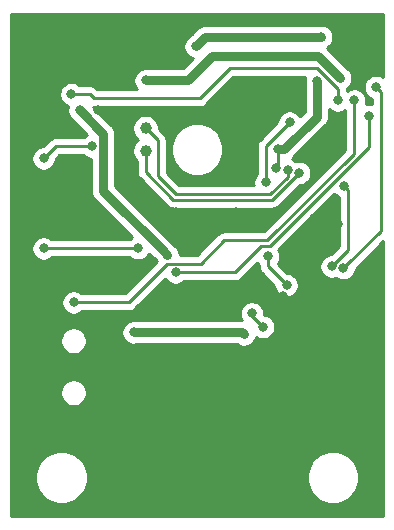
<source format=gbr>
G04 #@! TF.GenerationSoftware,KiCad,Pcbnew,5.1.2-f72e74a~84~ubuntu18.04.1*
G04 #@! TF.CreationDate,2019-05-19T10:24:28+02:00*
G04 #@! TF.ProjectId,lowpower,6c6f7770-6f77-4657-922e-6b696361645f,rev?*
G04 #@! TF.SameCoordinates,Original*
G04 #@! TF.FileFunction,Copper,L2,Bot*
G04 #@! TF.FilePolarity,Positive*
%FSLAX46Y46*%
G04 Gerber Fmt 4.6, Leading zero omitted, Abs format (unit mm)*
G04 Created by KiCad (PCBNEW 5.1.2-f72e74a~84~ubuntu18.04.1) date 2019-05-19 10:24:28*
%MOMM*%
%LPD*%
G04 APERTURE LIST*
%ADD10C,1.000000*%
%ADD11C,0.800000*%
%ADD12C,0.750000*%
%ADD13C,0.250000*%
%ADD14C,0.254000*%
G04 APERTURE END LIST*
D10*
X72136000Y-62352000D03*
X72136000Y-60452000D03*
D11*
X86995000Y-52705000D03*
X76378546Y-53522611D03*
X83312000Y-91440000D03*
X76200000Y-75692000D03*
X91440000Y-73660000D03*
X86360000Y-68071998D03*
X80264000Y-59944000D03*
X61976000Y-60452000D03*
X82808660Y-59431340D03*
X69088000Y-59436000D03*
X68072000Y-58928000D03*
X70104000Y-59436000D03*
X71120000Y-51308000D03*
X72644000Y-51308000D03*
X74676000Y-51308000D03*
X78740000Y-57404000D03*
X79248000Y-60960000D03*
X75692000Y-69596000D03*
X76708000Y-70104000D03*
X65024000Y-59944000D03*
X61976000Y-61976000D03*
X76200000Y-87630000D03*
X69596000Y-91440000D03*
X86868000Y-83312000D03*
X83763031Y-74655746D03*
X88392000Y-68580000D03*
X74676000Y-59436000D03*
X79756000Y-67564000D03*
X78740000Y-64516000D03*
X67056000Y-63500000D03*
X70104000Y-62992000D03*
X76962000Y-59436000D03*
X74676000Y-67564000D03*
X72136000Y-72136000D03*
X88618616Y-56197000D03*
X72135986Y-56388000D03*
X75691975Y-56387993D03*
X81130301Y-76115804D03*
X82078990Y-77265438D03*
X84070407Y-73732739D03*
X82484192Y-71303767D03*
X86658050Y-56460220D03*
X83311974Y-62242990D03*
X83182684Y-63812940D03*
X91644941Y-56963210D03*
X88878842Y-72295021D03*
X88410976Y-58097024D03*
X65851072Y-57567457D03*
X66548000Y-58928024D03*
X73978090Y-71193989D03*
X63500000Y-62992000D03*
X84166264Y-63993480D03*
X67564000Y-61976000D03*
X85138369Y-64232017D03*
X88899985Y-65314990D03*
X87888420Y-72142098D03*
X91027448Y-59436000D03*
X74676010Y-72644000D03*
X84332664Y-59948656D03*
X82295991Y-65023991D03*
X71120000Y-77724000D03*
X80463183Y-77895086D03*
X71483241Y-70591294D03*
X63500000Y-70612000D03*
X66040000Y-75184000D03*
X89803307Y-58097031D03*
D12*
X76778545Y-53122612D02*
X76378546Y-53522611D01*
X77196157Y-52705000D02*
X76778545Y-53122612D01*
X86995000Y-52705000D02*
X77196157Y-52705000D01*
D13*
X86868002Y-68580000D02*
X86360000Y-68071998D01*
X88392000Y-68580000D02*
X86868002Y-68580000D01*
D12*
X72135986Y-56388000D02*
X75691968Y-56388000D01*
X75691968Y-56388000D02*
X75691975Y-56387993D01*
D13*
X82078990Y-77265438D02*
X81130301Y-76316749D01*
X81130301Y-76316749D02*
X81130301Y-76115804D01*
X82484192Y-71869452D02*
X82484192Y-71303767D01*
X82484192Y-72146524D02*
X82484192Y-71869452D01*
X84070407Y-73732739D02*
X82484192Y-72146524D01*
D12*
X76091974Y-55987994D02*
X75691975Y-56387993D01*
X76928039Y-55151961D02*
X76928007Y-55151961D01*
X88618616Y-56197000D02*
X86777616Y-54356000D01*
X76928007Y-55151961D02*
X76091974Y-55987994D01*
X86777616Y-54356000D02*
X77724000Y-54356000D01*
X77724000Y-54356000D02*
X76928039Y-55151961D01*
X86658050Y-56460220D02*
X86658050Y-59462599D01*
X86658050Y-59462599D02*
X83877659Y-62242990D01*
X83877659Y-62242990D02*
X83311974Y-62242990D01*
D13*
X83311974Y-63683650D02*
X83182684Y-63812940D01*
X83311974Y-62242990D02*
X83311974Y-63683650D01*
X89278841Y-71895022D02*
X88878842Y-72295021D01*
X92044940Y-57363209D02*
X92044940Y-69128923D01*
X92044940Y-69128923D02*
X89278841Y-71895022D01*
X91644941Y-56963210D02*
X92044940Y-57363209D01*
X88410976Y-57140142D02*
X86642834Y-55372000D01*
X88410976Y-58097024D02*
X88410976Y-57140142D01*
X86642834Y-55372000D02*
X79248000Y-55372000D01*
X79248000Y-55372000D02*
X76708000Y-57912000D01*
X76708000Y-57912000D02*
X67749413Y-57912000D01*
X66416757Y-57567457D02*
X65851072Y-57567457D01*
X67404870Y-57567457D02*
X66416757Y-57567457D01*
X67749413Y-57912000D02*
X67404870Y-57567457D01*
D12*
X68539001Y-60919025D02*
X68539001Y-65754900D01*
X66548000Y-58928024D02*
X68539001Y-60919025D01*
X68539001Y-65754900D02*
X73578091Y-70793990D01*
X73578091Y-70793990D02*
X73978090Y-71193989D01*
D13*
X84166264Y-64559165D02*
X84166264Y-63993480D01*
X82685429Y-66040000D02*
X84166264Y-64559165D01*
X72136000Y-60452000D02*
X73152000Y-61468000D01*
X73152000Y-61468000D02*
X73152000Y-64516000D01*
X74676000Y-66040000D02*
X82685429Y-66040000D01*
X73152000Y-64516000D02*
X74676000Y-66040000D01*
X66998315Y-61976000D02*
X67564000Y-61976000D01*
X64516000Y-61976000D02*
X66998315Y-61976000D01*
X63500000Y-62992000D02*
X64516000Y-61976000D01*
X72136000Y-62352000D02*
X72136000Y-64136411D01*
X72136000Y-64136411D02*
X74489600Y-66490011D01*
X74489600Y-66490011D02*
X82880375Y-66490011D01*
X82880375Y-66490011D02*
X84738370Y-64632016D01*
X84738370Y-64632016D02*
X85138369Y-64232017D01*
X89299984Y-65714989D02*
X89299984Y-70730534D01*
X88899985Y-65314990D02*
X89299984Y-65714989D01*
X89299984Y-70730534D02*
X88288419Y-71742099D01*
X88288419Y-71742099D02*
X87888420Y-72142098D01*
X91027448Y-62008962D02*
X82641417Y-70394993D01*
X82641417Y-70394993D02*
X81947993Y-70394993D01*
X91027448Y-59436000D02*
X91027448Y-62008962D01*
X81947993Y-70394993D02*
X79698986Y-72644000D01*
X75241695Y-72644000D02*
X74676010Y-72644000D01*
X79698986Y-72644000D02*
X75241695Y-72644000D01*
X84332664Y-59948656D02*
X82295991Y-61985329D01*
X82295991Y-64458306D02*
X82295991Y-65023991D01*
X82295991Y-61985329D02*
X82295991Y-64458306D01*
D12*
X71120000Y-77724000D02*
X80292097Y-77724000D01*
X80292097Y-77724000D02*
X80463183Y-77895086D01*
D13*
X71483241Y-70591294D02*
X63520706Y-70591294D01*
X63520706Y-70591294D02*
X63500000Y-70612000D01*
X89803307Y-62596693D02*
X89803307Y-58662716D01*
X82455012Y-69944988D02*
X89803307Y-62596693D01*
X73969162Y-71918995D02*
X76796594Y-71918995D01*
X76796594Y-71918995D02*
X78770601Y-69944988D01*
X78770601Y-69944988D02*
X82455012Y-69944988D01*
X66040000Y-75184000D02*
X70704157Y-75184000D01*
X89803307Y-58662716D02*
X89803307Y-58097031D01*
X70704157Y-75184000D02*
X73969162Y-71918995D01*
D14*
G36*
X92265000Y-56132736D02*
G01*
X92135197Y-56046005D01*
X91946839Y-55967984D01*
X91746880Y-55928210D01*
X91543002Y-55928210D01*
X91343043Y-55967984D01*
X91154685Y-56046005D01*
X90985167Y-56159273D01*
X90841004Y-56303436D01*
X90727736Y-56472954D01*
X90649715Y-56661312D01*
X90609941Y-56861271D01*
X90609941Y-57065149D01*
X90649715Y-57265108D01*
X90727736Y-57453466D01*
X90841004Y-57622984D01*
X90985167Y-57767147D01*
X91154685Y-57880415D01*
X91284940Y-57934369D01*
X91284940Y-58431941D01*
X91129387Y-58401000D01*
X90925509Y-58401000D01*
X90786197Y-58428711D01*
X90798533Y-58398929D01*
X90838307Y-58198970D01*
X90838307Y-57995092D01*
X90798533Y-57795133D01*
X90720512Y-57606775D01*
X90607244Y-57437257D01*
X90463081Y-57293094D01*
X90293563Y-57179826D01*
X90105205Y-57101805D01*
X89905246Y-57062031D01*
X89701368Y-57062031D01*
X89501409Y-57101805D01*
X89313051Y-57179826D01*
X89170976Y-57274757D01*
X89170976Y-57177464D01*
X89174652Y-57140141D01*
X89170976Y-57102818D01*
X89170976Y-57102809D01*
X89168194Y-57074567D01*
X89278390Y-57000937D01*
X89422553Y-56856774D01*
X89535821Y-56687256D01*
X89613842Y-56498898D01*
X89653616Y-56298939D01*
X89653616Y-56095061D01*
X89613842Y-55895102D01*
X89535821Y-55706744D01*
X89422553Y-55537226D01*
X89278390Y-55393063D01*
X89171839Y-55321868D01*
X87526877Y-53676906D01*
X87495249Y-53638367D01*
X87478809Y-53624875D01*
X87485256Y-53622205D01*
X87654774Y-53508937D01*
X87798937Y-53364774D01*
X87912205Y-53195256D01*
X87990226Y-53006898D01*
X88030000Y-52806939D01*
X88030000Y-52603061D01*
X87990226Y-52403102D01*
X87912205Y-52214744D01*
X87798937Y-52045226D01*
X87654774Y-51901063D01*
X87485256Y-51787795D01*
X87296898Y-51709774D01*
X87096939Y-51670000D01*
X86893061Y-51670000D01*
X86767377Y-51695000D01*
X77245765Y-51695000D01*
X77196157Y-51690114D01*
X76998162Y-51709615D01*
X76807777Y-51767368D01*
X76632317Y-51861153D01*
X76478524Y-51987367D01*
X76446896Y-52025906D01*
X76029289Y-52443513D01*
X76029285Y-52443518D01*
X75825324Y-52647478D01*
X75718772Y-52718674D01*
X75574609Y-52862837D01*
X75461341Y-53032355D01*
X75383320Y-53220713D01*
X75343546Y-53420672D01*
X75343546Y-53624550D01*
X75383320Y-53824509D01*
X75461341Y-54012867D01*
X75574609Y-54182385D01*
X75718772Y-54326548D01*
X75888290Y-54439816D01*
X76076648Y-54517837D01*
X76124298Y-54527315D01*
X75342718Y-55308895D01*
X75342714Y-55308900D01*
X75273614Y-55378000D01*
X72363609Y-55378000D01*
X72237925Y-55353000D01*
X72034047Y-55353000D01*
X71834088Y-55392774D01*
X71645730Y-55470795D01*
X71476212Y-55584063D01*
X71332049Y-55728226D01*
X71218781Y-55897744D01*
X71140760Y-56086102D01*
X71100986Y-56286061D01*
X71100986Y-56489939D01*
X71140760Y-56689898D01*
X71218781Y-56878256D01*
X71332049Y-57047774D01*
X71436275Y-57152000D01*
X68064214Y-57152000D01*
X67968673Y-57056459D01*
X67944871Y-57027456D01*
X67829146Y-56932483D01*
X67697117Y-56861911D01*
X67553856Y-56818454D01*
X67442203Y-56807457D01*
X67442192Y-56807457D01*
X67404870Y-56803781D01*
X67367548Y-56807457D01*
X66554783Y-56807457D01*
X66510846Y-56763520D01*
X66341328Y-56650252D01*
X66152970Y-56572231D01*
X65953011Y-56532457D01*
X65749133Y-56532457D01*
X65549174Y-56572231D01*
X65360816Y-56650252D01*
X65191298Y-56763520D01*
X65047135Y-56907683D01*
X64933867Y-57077201D01*
X64855846Y-57265559D01*
X64816072Y-57465518D01*
X64816072Y-57669396D01*
X64855846Y-57869355D01*
X64933867Y-58057713D01*
X65047135Y-58227231D01*
X65191298Y-58371394D01*
X65360816Y-58484662D01*
X65549174Y-58562683D01*
X65576779Y-58568174D01*
X65552774Y-58626126D01*
X65513000Y-58826085D01*
X65513000Y-59029963D01*
X65552774Y-59229922D01*
X65630795Y-59418280D01*
X65744063Y-59587798D01*
X65888226Y-59731961D01*
X65994776Y-59803156D01*
X67198669Y-61007049D01*
X67073744Y-61058795D01*
X66904226Y-61172063D01*
X66860289Y-61216000D01*
X64553322Y-61216000D01*
X64516000Y-61212324D01*
X64478677Y-61216000D01*
X64478667Y-61216000D01*
X64367014Y-61226997D01*
X64223753Y-61270454D01*
X64091723Y-61341026D01*
X64020908Y-61399143D01*
X63975999Y-61435999D01*
X63952201Y-61464997D01*
X63460199Y-61957000D01*
X63398061Y-61957000D01*
X63198102Y-61996774D01*
X63009744Y-62074795D01*
X62840226Y-62188063D01*
X62696063Y-62332226D01*
X62582795Y-62501744D01*
X62504774Y-62690102D01*
X62465000Y-62890061D01*
X62465000Y-63093939D01*
X62504774Y-63293898D01*
X62582795Y-63482256D01*
X62696063Y-63651774D01*
X62840226Y-63795937D01*
X63009744Y-63909205D01*
X63198102Y-63987226D01*
X63398061Y-64027000D01*
X63601939Y-64027000D01*
X63801898Y-63987226D01*
X63990256Y-63909205D01*
X64159774Y-63795937D01*
X64303937Y-63651774D01*
X64417205Y-63482256D01*
X64495226Y-63293898D01*
X64535000Y-63093939D01*
X64535000Y-63031801D01*
X64830802Y-62736000D01*
X66860289Y-62736000D01*
X66904226Y-62779937D01*
X67073744Y-62893205D01*
X67262102Y-62971226D01*
X67462061Y-63011000D01*
X67529001Y-63011000D01*
X67529002Y-65705282D01*
X67524115Y-65754900D01*
X67543616Y-65952894D01*
X67601369Y-66143279D01*
X67695155Y-66318740D01*
X67778696Y-66420535D01*
X67821369Y-66472533D01*
X67859902Y-66504156D01*
X71019042Y-69663296D01*
X70992985Y-69674089D01*
X70823467Y-69787357D01*
X70779530Y-69831294D01*
X64183005Y-69831294D01*
X64159774Y-69808063D01*
X63990256Y-69694795D01*
X63801898Y-69616774D01*
X63601939Y-69577000D01*
X63398061Y-69577000D01*
X63198102Y-69616774D01*
X63009744Y-69694795D01*
X62840226Y-69808063D01*
X62696063Y-69952226D01*
X62582795Y-70121744D01*
X62504774Y-70310102D01*
X62465000Y-70510061D01*
X62465000Y-70713939D01*
X62504774Y-70913898D01*
X62582795Y-71102256D01*
X62696063Y-71271774D01*
X62840226Y-71415937D01*
X63009744Y-71529205D01*
X63198102Y-71607226D01*
X63398061Y-71647000D01*
X63601939Y-71647000D01*
X63801898Y-71607226D01*
X63990256Y-71529205D01*
X64159774Y-71415937D01*
X64224417Y-71351294D01*
X70779530Y-71351294D01*
X70823467Y-71395231D01*
X70992985Y-71508499D01*
X71181343Y-71586520D01*
X71381302Y-71626294D01*
X71585180Y-71626294D01*
X71785139Y-71586520D01*
X71973497Y-71508499D01*
X72143015Y-71395231D01*
X72287178Y-71251068D01*
X72400446Y-71081550D01*
X72411239Y-71055493D01*
X72828835Y-71473089D01*
X73084551Y-71728804D01*
X70389356Y-74424000D01*
X66743711Y-74424000D01*
X66699774Y-74380063D01*
X66530256Y-74266795D01*
X66341898Y-74188774D01*
X66141939Y-74149000D01*
X65938061Y-74149000D01*
X65738102Y-74188774D01*
X65549744Y-74266795D01*
X65380226Y-74380063D01*
X65236063Y-74524226D01*
X65122795Y-74693744D01*
X65044774Y-74882102D01*
X65005000Y-75082061D01*
X65005000Y-75285939D01*
X65044774Y-75485898D01*
X65122795Y-75674256D01*
X65236063Y-75843774D01*
X65380226Y-75987937D01*
X65549744Y-76101205D01*
X65738102Y-76179226D01*
X65938061Y-76219000D01*
X66141939Y-76219000D01*
X66341898Y-76179226D01*
X66530256Y-76101205D01*
X66699774Y-75987937D01*
X66743711Y-75944000D01*
X70666835Y-75944000D01*
X70704157Y-75947676D01*
X70741479Y-75944000D01*
X70741490Y-75944000D01*
X70853143Y-75933003D01*
X70996404Y-75889546D01*
X71128433Y-75818974D01*
X71244158Y-75724001D01*
X71267961Y-75694997D01*
X73786802Y-73176157D01*
X73872073Y-73303774D01*
X74016236Y-73447937D01*
X74185754Y-73561205D01*
X74374112Y-73639226D01*
X74574071Y-73679000D01*
X74777949Y-73679000D01*
X74977908Y-73639226D01*
X75166266Y-73561205D01*
X75335784Y-73447937D01*
X75379721Y-73404000D01*
X79661664Y-73404000D01*
X79698986Y-73407676D01*
X79736308Y-73404000D01*
X79736319Y-73404000D01*
X79847972Y-73393003D01*
X79991233Y-73349546D01*
X80123262Y-73278974D01*
X80238987Y-73184001D01*
X80262790Y-73154997D01*
X81589729Y-71828059D01*
X81680255Y-71963541D01*
X81724192Y-72007478D01*
X81724192Y-72109202D01*
X81720516Y-72146524D01*
X81724192Y-72183846D01*
X81724192Y-72183856D01*
X81735189Y-72295509D01*
X81768713Y-72406024D01*
X81778646Y-72438770D01*
X81849218Y-72570800D01*
X81888328Y-72618455D01*
X81944191Y-72686525D01*
X81973195Y-72710328D01*
X83035407Y-73772541D01*
X83035407Y-73834678D01*
X83075181Y-74034637D01*
X83153202Y-74222995D01*
X83266470Y-74392513D01*
X83410633Y-74536676D01*
X83580151Y-74649944D01*
X83768509Y-74727965D01*
X83968468Y-74767739D01*
X84172346Y-74767739D01*
X84372305Y-74727965D01*
X84560663Y-74649944D01*
X84730181Y-74536676D01*
X84874344Y-74392513D01*
X84987612Y-74222995D01*
X85065633Y-74034637D01*
X85105407Y-73834678D01*
X85105407Y-73630800D01*
X85065633Y-73430841D01*
X84987612Y-73242483D01*
X84874344Y-73072965D01*
X84730181Y-72928802D01*
X84560663Y-72815534D01*
X84372305Y-72737513D01*
X84172346Y-72697739D01*
X84110209Y-72697739D01*
X83323329Y-71910860D01*
X83401397Y-71794023D01*
X83479418Y-71605665D01*
X83519192Y-71405706D01*
X83519192Y-71201828D01*
X83479418Y-71001869D01*
X83401397Y-70813511D01*
X83359862Y-70751349D01*
X88116248Y-65994964D01*
X88240211Y-66118927D01*
X88409729Y-66232195D01*
X88539984Y-66286149D01*
X88539985Y-70415731D01*
X87848619Y-71107098D01*
X87786481Y-71107098D01*
X87586522Y-71146872D01*
X87398164Y-71224893D01*
X87228646Y-71338161D01*
X87084483Y-71482324D01*
X86971215Y-71651842D01*
X86893194Y-71840200D01*
X86853420Y-72040159D01*
X86853420Y-72244037D01*
X86893194Y-72443996D01*
X86971215Y-72632354D01*
X87084483Y-72801872D01*
X87228646Y-72946035D01*
X87398164Y-73059303D01*
X87586522Y-73137324D01*
X87786481Y-73177098D01*
X87990359Y-73177098D01*
X88190318Y-73137324D01*
X88243511Y-73115290D01*
X88388586Y-73212226D01*
X88576944Y-73290247D01*
X88776903Y-73330021D01*
X88980781Y-73330021D01*
X89180740Y-73290247D01*
X89369098Y-73212226D01*
X89538616Y-73098958D01*
X89682779Y-72954795D01*
X89796047Y-72785277D01*
X89874068Y-72596919D01*
X89913842Y-72396960D01*
X89913842Y-72334822D01*
X92265000Y-69983664D01*
X92265001Y-93265000D01*
X60735000Y-93265000D01*
X60735000Y-89779872D01*
X62765000Y-89779872D01*
X62765000Y-90220128D01*
X62850890Y-90651925D01*
X63019369Y-91058669D01*
X63263962Y-91424729D01*
X63575271Y-91736038D01*
X63941331Y-91980631D01*
X64348075Y-92149110D01*
X64779872Y-92235000D01*
X65220128Y-92235000D01*
X65651925Y-92149110D01*
X66058669Y-91980631D01*
X66424729Y-91736038D01*
X66736038Y-91424729D01*
X66980631Y-91058669D01*
X67149110Y-90651925D01*
X67235000Y-90220128D01*
X67235000Y-89779872D01*
X85765000Y-89779872D01*
X85765000Y-90220128D01*
X85850890Y-90651925D01*
X86019369Y-91058669D01*
X86263962Y-91424729D01*
X86575271Y-91736038D01*
X86941331Y-91980631D01*
X87348075Y-92149110D01*
X87779872Y-92235000D01*
X88220128Y-92235000D01*
X88651925Y-92149110D01*
X89058669Y-91980631D01*
X89424729Y-91736038D01*
X89736038Y-91424729D01*
X89980631Y-91058669D01*
X90149110Y-90651925D01*
X90235000Y-90220128D01*
X90235000Y-89779872D01*
X90149110Y-89348075D01*
X89980631Y-88941331D01*
X89736038Y-88575271D01*
X89424729Y-88263962D01*
X89058669Y-88019369D01*
X88651925Y-87850890D01*
X88220128Y-87765000D01*
X87779872Y-87765000D01*
X87348075Y-87850890D01*
X86941331Y-88019369D01*
X86575271Y-88263962D01*
X86263962Y-88575271D01*
X86019369Y-88941331D01*
X85850890Y-89348075D01*
X85765000Y-89779872D01*
X67235000Y-89779872D01*
X67149110Y-89348075D01*
X66980631Y-88941331D01*
X66736038Y-88575271D01*
X66424729Y-88263962D01*
X66058669Y-88019369D01*
X65651925Y-87850890D01*
X65220128Y-87765000D01*
X64779872Y-87765000D01*
X64348075Y-87850890D01*
X63941331Y-88019369D01*
X63575271Y-88263962D01*
X63263962Y-88575271D01*
X63019369Y-88941331D01*
X62850890Y-89348075D01*
X62765000Y-89779872D01*
X60735000Y-89779872D01*
X60735000Y-82738212D01*
X64905000Y-82738212D01*
X64905000Y-82961788D01*
X64948617Y-83181067D01*
X65034176Y-83387624D01*
X65158388Y-83573520D01*
X65316480Y-83731612D01*
X65502376Y-83855824D01*
X65708933Y-83941383D01*
X65928212Y-83985000D01*
X66151788Y-83985000D01*
X66371067Y-83941383D01*
X66577624Y-83855824D01*
X66763520Y-83731612D01*
X66921612Y-83573520D01*
X67045824Y-83387624D01*
X67131383Y-83181067D01*
X67175000Y-82961788D01*
X67175000Y-82738212D01*
X67131383Y-82518933D01*
X67045824Y-82312376D01*
X66921612Y-82126480D01*
X66763520Y-81968388D01*
X66577624Y-81844176D01*
X66371067Y-81758617D01*
X66151788Y-81715000D01*
X65928212Y-81715000D01*
X65708933Y-81758617D01*
X65502376Y-81844176D01*
X65316480Y-81968388D01*
X65158388Y-82126480D01*
X65034176Y-82312376D01*
X64948617Y-82518933D01*
X64905000Y-82738212D01*
X60735000Y-82738212D01*
X60735000Y-78338212D01*
X64905000Y-78338212D01*
X64905000Y-78561788D01*
X64948617Y-78781067D01*
X65034176Y-78987624D01*
X65158388Y-79173520D01*
X65316480Y-79331612D01*
X65502376Y-79455824D01*
X65708933Y-79541383D01*
X65928212Y-79585000D01*
X66151788Y-79585000D01*
X66371067Y-79541383D01*
X66577624Y-79455824D01*
X66763520Y-79331612D01*
X66921612Y-79173520D01*
X67045824Y-78987624D01*
X67131383Y-78781067D01*
X67175000Y-78561788D01*
X67175000Y-78338212D01*
X67131383Y-78118933D01*
X67045824Y-77912376D01*
X66921612Y-77726480D01*
X66817193Y-77622061D01*
X70085000Y-77622061D01*
X70085000Y-77825939D01*
X70124774Y-78025898D01*
X70202795Y-78214256D01*
X70316063Y-78383774D01*
X70460226Y-78527937D01*
X70629744Y-78641205D01*
X70818102Y-78719226D01*
X71018061Y-78759000D01*
X71221939Y-78759000D01*
X71347623Y-78734000D01*
X79855756Y-78734000D01*
X79972927Y-78812291D01*
X80161285Y-78890312D01*
X80361244Y-78930086D01*
X80565122Y-78930086D01*
X80765081Y-78890312D01*
X80953439Y-78812291D01*
X81122957Y-78699023D01*
X81267120Y-78554860D01*
X81380388Y-78385342D01*
X81458409Y-78196984D01*
X81476216Y-78107461D01*
X81588734Y-78182643D01*
X81777092Y-78260664D01*
X81977051Y-78300438D01*
X82180929Y-78300438D01*
X82380888Y-78260664D01*
X82569246Y-78182643D01*
X82738764Y-78069375D01*
X82882927Y-77925212D01*
X82996195Y-77755694D01*
X83074216Y-77567336D01*
X83113990Y-77367377D01*
X83113990Y-77163499D01*
X83074216Y-76963540D01*
X82996195Y-76775182D01*
X82882927Y-76605664D01*
X82738764Y-76461501D01*
X82569246Y-76348233D01*
X82380888Y-76270212D01*
X82180929Y-76230438D01*
X82162776Y-76230438D01*
X82165301Y-76217743D01*
X82165301Y-76013865D01*
X82125527Y-75813906D01*
X82047506Y-75625548D01*
X81934238Y-75456030D01*
X81790075Y-75311867D01*
X81620557Y-75198599D01*
X81432199Y-75120578D01*
X81232240Y-75080804D01*
X81028362Y-75080804D01*
X80828403Y-75120578D01*
X80640045Y-75198599D01*
X80470527Y-75311867D01*
X80326364Y-75456030D01*
X80213096Y-75625548D01*
X80135075Y-75813906D01*
X80095301Y-76013865D01*
X80095301Y-76217743D01*
X80135075Y-76417702D01*
X80213096Y-76606060D01*
X80282581Y-76710051D01*
X80242489Y-76714000D01*
X71347623Y-76714000D01*
X71221939Y-76689000D01*
X71018061Y-76689000D01*
X70818102Y-76728774D01*
X70629744Y-76806795D01*
X70460226Y-76920063D01*
X70316063Y-77064226D01*
X70202795Y-77233744D01*
X70124774Y-77422102D01*
X70085000Y-77622061D01*
X66817193Y-77622061D01*
X66763520Y-77568388D01*
X66577624Y-77444176D01*
X66371067Y-77358617D01*
X66151788Y-77315000D01*
X65928212Y-77315000D01*
X65708933Y-77358617D01*
X65502376Y-77444176D01*
X65316480Y-77568388D01*
X65158388Y-77726480D01*
X65034176Y-77912376D01*
X64948617Y-78118933D01*
X64905000Y-78338212D01*
X60735000Y-78338212D01*
X60735000Y-50735000D01*
X92265000Y-50735000D01*
X92265000Y-56132736D01*
X92265000Y-56132736D01*
G37*
X92265000Y-56132736D02*
X92135197Y-56046005D01*
X91946839Y-55967984D01*
X91746880Y-55928210D01*
X91543002Y-55928210D01*
X91343043Y-55967984D01*
X91154685Y-56046005D01*
X90985167Y-56159273D01*
X90841004Y-56303436D01*
X90727736Y-56472954D01*
X90649715Y-56661312D01*
X90609941Y-56861271D01*
X90609941Y-57065149D01*
X90649715Y-57265108D01*
X90727736Y-57453466D01*
X90841004Y-57622984D01*
X90985167Y-57767147D01*
X91154685Y-57880415D01*
X91284940Y-57934369D01*
X91284940Y-58431941D01*
X91129387Y-58401000D01*
X90925509Y-58401000D01*
X90786197Y-58428711D01*
X90798533Y-58398929D01*
X90838307Y-58198970D01*
X90838307Y-57995092D01*
X90798533Y-57795133D01*
X90720512Y-57606775D01*
X90607244Y-57437257D01*
X90463081Y-57293094D01*
X90293563Y-57179826D01*
X90105205Y-57101805D01*
X89905246Y-57062031D01*
X89701368Y-57062031D01*
X89501409Y-57101805D01*
X89313051Y-57179826D01*
X89170976Y-57274757D01*
X89170976Y-57177464D01*
X89174652Y-57140141D01*
X89170976Y-57102818D01*
X89170976Y-57102809D01*
X89168194Y-57074567D01*
X89278390Y-57000937D01*
X89422553Y-56856774D01*
X89535821Y-56687256D01*
X89613842Y-56498898D01*
X89653616Y-56298939D01*
X89653616Y-56095061D01*
X89613842Y-55895102D01*
X89535821Y-55706744D01*
X89422553Y-55537226D01*
X89278390Y-55393063D01*
X89171839Y-55321868D01*
X87526877Y-53676906D01*
X87495249Y-53638367D01*
X87478809Y-53624875D01*
X87485256Y-53622205D01*
X87654774Y-53508937D01*
X87798937Y-53364774D01*
X87912205Y-53195256D01*
X87990226Y-53006898D01*
X88030000Y-52806939D01*
X88030000Y-52603061D01*
X87990226Y-52403102D01*
X87912205Y-52214744D01*
X87798937Y-52045226D01*
X87654774Y-51901063D01*
X87485256Y-51787795D01*
X87296898Y-51709774D01*
X87096939Y-51670000D01*
X86893061Y-51670000D01*
X86767377Y-51695000D01*
X77245765Y-51695000D01*
X77196157Y-51690114D01*
X76998162Y-51709615D01*
X76807777Y-51767368D01*
X76632317Y-51861153D01*
X76478524Y-51987367D01*
X76446896Y-52025906D01*
X76029289Y-52443513D01*
X76029285Y-52443518D01*
X75825324Y-52647478D01*
X75718772Y-52718674D01*
X75574609Y-52862837D01*
X75461341Y-53032355D01*
X75383320Y-53220713D01*
X75343546Y-53420672D01*
X75343546Y-53624550D01*
X75383320Y-53824509D01*
X75461341Y-54012867D01*
X75574609Y-54182385D01*
X75718772Y-54326548D01*
X75888290Y-54439816D01*
X76076648Y-54517837D01*
X76124298Y-54527315D01*
X75342718Y-55308895D01*
X75342714Y-55308900D01*
X75273614Y-55378000D01*
X72363609Y-55378000D01*
X72237925Y-55353000D01*
X72034047Y-55353000D01*
X71834088Y-55392774D01*
X71645730Y-55470795D01*
X71476212Y-55584063D01*
X71332049Y-55728226D01*
X71218781Y-55897744D01*
X71140760Y-56086102D01*
X71100986Y-56286061D01*
X71100986Y-56489939D01*
X71140760Y-56689898D01*
X71218781Y-56878256D01*
X71332049Y-57047774D01*
X71436275Y-57152000D01*
X68064214Y-57152000D01*
X67968673Y-57056459D01*
X67944871Y-57027456D01*
X67829146Y-56932483D01*
X67697117Y-56861911D01*
X67553856Y-56818454D01*
X67442203Y-56807457D01*
X67442192Y-56807457D01*
X67404870Y-56803781D01*
X67367548Y-56807457D01*
X66554783Y-56807457D01*
X66510846Y-56763520D01*
X66341328Y-56650252D01*
X66152970Y-56572231D01*
X65953011Y-56532457D01*
X65749133Y-56532457D01*
X65549174Y-56572231D01*
X65360816Y-56650252D01*
X65191298Y-56763520D01*
X65047135Y-56907683D01*
X64933867Y-57077201D01*
X64855846Y-57265559D01*
X64816072Y-57465518D01*
X64816072Y-57669396D01*
X64855846Y-57869355D01*
X64933867Y-58057713D01*
X65047135Y-58227231D01*
X65191298Y-58371394D01*
X65360816Y-58484662D01*
X65549174Y-58562683D01*
X65576779Y-58568174D01*
X65552774Y-58626126D01*
X65513000Y-58826085D01*
X65513000Y-59029963D01*
X65552774Y-59229922D01*
X65630795Y-59418280D01*
X65744063Y-59587798D01*
X65888226Y-59731961D01*
X65994776Y-59803156D01*
X67198669Y-61007049D01*
X67073744Y-61058795D01*
X66904226Y-61172063D01*
X66860289Y-61216000D01*
X64553322Y-61216000D01*
X64516000Y-61212324D01*
X64478677Y-61216000D01*
X64478667Y-61216000D01*
X64367014Y-61226997D01*
X64223753Y-61270454D01*
X64091723Y-61341026D01*
X64020908Y-61399143D01*
X63975999Y-61435999D01*
X63952201Y-61464997D01*
X63460199Y-61957000D01*
X63398061Y-61957000D01*
X63198102Y-61996774D01*
X63009744Y-62074795D01*
X62840226Y-62188063D01*
X62696063Y-62332226D01*
X62582795Y-62501744D01*
X62504774Y-62690102D01*
X62465000Y-62890061D01*
X62465000Y-63093939D01*
X62504774Y-63293898D01*
X62582795Y-63482256D01*
X62696063Y-63651774D01*
X62840226Y-63795937D01*
X63009744Y-63909205D01*
X63198102Y-63987226D01*
X63398061Y-64027000D01*
X63601939Y-64027000D01*
X63801898Y-63987226D01*
X63990256Y-63909205D01*
X64159774Y-63795937D01*
X64303937Y-63651774D01*
X64417205Y-63482256D01*
X64495226Y-63293898D01*
X64535000Y-63093939D01*
X64535000Y-63031801D01*
X64830802Y-62736000D01*
X66860289Y-62736000D01*
X66904226Y-62779937D01*
X67073744Y-62893205D01*
X67262102Y-62971226D01*
X67462061Y-63011000D01*
X67529001Y-63011000D01*
X67529002Y-65705282D01*
X67524115Y-65754900D01*
X67543616Y-65952894D01*
X67601369Y-66143279D01*
X67695155Y-66318740D01*
X67778696Y-66420535D01*
X67821369Y-66472533D01*
X67859902Y-66504156D01*
X71019042Y-69663296D01*
X70992985Y-69674089D01*
X70823467Y-69787357D01*
X70779530Y-69831294D01*
X64183005Y-69831294D01*
X64159774Y-69808063D01*
X63990256Y-69694795D01*
X63801898Y-69616774D01*
X63601939Y-69577000D01*
X63398061Y-69577000D01*
X63198102Y-69616774D01*
X63009744Y-69694795D01*
X62840226Y-69808063D01*
X62696063Y-69952226D01*
X62582795Y-70121744D01*
X62504774Y-70310102D01*
X62465000Y-70510061D01*
X62465000Y-70713939D01*
X62504774Y-70913898D01*
X62582795Y-71102256D01*
X62696063Y-71271774D01*
X62840226Y-71415937D01*
X63009744Y-71529205D01*
X63198102Y-71607226D01*
X63398061Y-71647000D01*
X63601939Y-71647000D01*
X63801898Y-71607226D01*
X63990256Y-71529205D01*
X64159774Y-71415937D01*
X64224417Y-71351294D01*
X70779530Y-71351294D01*
X70823467Y-71395231D01*
X70992985Y-71508499D01*
X71181343Y-71586520D01*
X71381302Y-71626294D01*
X71585180Y-71626294D01*
X71785139Y-71586520D01*
X71973497Y-71508499D01*
X72143015Y-71395231D01*
X72287178Y-71251068D01*
X72400446Y-71081550D01*
X72411239Y-71055493D01*
X72828835Y-71473089D01*
X73084551Y-71728804D01*
X70389356Y-74424000D01*
X66743711Y-74424000D01*
X66699774Y-74380063D01*
X66530256Y-74266795D01*
X66341898Y-74188774D01*
X66141939Y-74149000D01*
X65938061Y-74149000D01*
X65738102Y-74188774D01*
X65549744Y-74266795D01*
X65380226Y-74380063D01*
X65236063Y-74524226D01*
X65122795Y-74693744D01*
X65044774Y-74882102D01*
X65005000Y-75082061D01*
X65005000Y-75285939D01*
X65044774Y-75485898D01*
X65122795Y-75674256D01*
X65236063Y-75843774D01*
X65380226Y-75987937D01*
X65549744Y-76101205D01*
X65738102Y-76179226D01*
X65938061Y-76219000D01*
X66141939Y-76219000D01*
X66341898Y-76179226D01*
X66530256Y-76101205D01*
X66699774Y-75987937D01*
X66743711Y-75944000D01*
X70666835Y-75944000D01*
X70704157Y-75947676D01*
X70741479Y-75944000D01*
X70741490Y-75944000D01*
X70853143Y-75933003D01*
X70996404Y-75889546D01*
X71128433Y-75818974D01*
X71244158Y-75724001D01*
X71267961Y-75694997D01*
X73786802Y-73176157D01*
X73872073Y-73303774D01*
X74016236Y-73447937D01*
X74185754Y-73561205D01*
X74374112Y-73639226D01*
X74574071Y-73679000D01*
X74777949Y-73679000D01*
X74977908Y-73639226D01*
X75166266Y-73561205D01*
X75335784Y-73447937D01*
X75379721Y-73404000D01*
X79661664Y-73404000D01*
X79698986Y-73407676D01*
X79736308Y-73404000D01*
X79736319Y-73404000D01*
X79847972Y-73393003D01*
X79991233Y-73349546D01*
X80123262Y-73278974D01*
X80238987Y-73184001D01*
X80262790Y-73154997D01*
X81589729Y-71828059D01*
X81680255Y-71963541D01*
X81724192Y-72007478D01*
X81724192Y-72109202D01*
X81720516Y-72146524D01*
X81724192Y-72183846D01*
X81724192Y-72183856D01*
X81735189Y-72295509D01*
X81768713Y-72406024D01*
X81778646Y-72438770D01*
X81849218Y-72570800D01*
X81888328Y-72618455D01*
X81944191Y-72686525D01*
X81973195Y-72710328D01*
X83035407Y-73772541D01*
X83035407Y-73834678D01*
X83075181Y-74034637D01*
X83153202Y-74222995D01*
X83266470Y-74392513D01*
X83410633Y-74536676D01*
X83580151Y-74649944D01*
X83768509Y-74727965D01*
X83968468Y-74767739D01*
X84172346Y-74767739D01*
X84372305Y-74727965D01*
X84560663Y-74649944D01*
X84730181Y-74536676D01*
X84874344Y-74392513D01*
X84987612Y-74222995D01*
X85065633Y-74034637D01*
X85105407Y-73834678D01*
X85105407Y-73630800D01*
X85065633Y-73430841D01*
X84987612Y-73242483D01*
X84874344Y-73072965D01*
X84730181Y-72928802D01*
X84560663Y-72815534D01*
X84372305Y-72737513D01*
X84172346Y-72697739D01*
X84110209Y-72697739D01*
X83323329Y-71910860D01*
X83401397Y-71794023D01*
X83479418Y-71605665D01*
X83519192Y-71405706D01*
X83519192Y-71201828D01*
X83479418Y-71001869D01*
X83401397Y-70813511D01*
X83359862Y-70751349D01*
X88116248Y-65994964D01*
X88240211Y-66118927D01*
X88409729Y-66232195D01*
X88539984Y-66286149D01*
X88539985Y-70415731D01*
X87848619Y-71107098D01*
X87786481Y-71107098D01*
X87586522Y-71146872D01*
X87398164Y-71224893D01*
X87228646Y-71338161D01*
X87084483Y-71482324D01*
X86971215Y-71651842D01*
X86893194Y-71840200D01*
X86853420Y-72040159D01*
X86853420Y-72244037D01*
X86893194Y-72443996D01*
X86971215Y-72632354D01*
X87084483Y-72801872D01*
X87228646Y-72946035D01*
X87398164Y-73059303D01*
X87586522Y-73137324D01*
X87786481Y-73177098D01*
X87990359Y-73177098D01*
X88190318Y-73137324D01*
X88243511Y-73115290D01*
X88388586Y-73212226D01*
X88576944Y-73290247D01*
X88776903Y-73330021D01*
X88980781Y-73330021D01*
X89180740Y-73290247D01*
X89369098Y-73212226D01*
X89538616Y-73098958D01*
X89682779Y-72954795D01*
X89796047Y-72785277D01*
X89874068Y-72596919D01*
X89913842Y-72396960D01*
X89913842Y-72334822D01*
X92265000Y-69983664D01*
X92265001Y-93265000D01*
X60735000Y-93265000D01*
X60735000Y-89779872D01*
X62765000Y-89779872D01*
X62765000Y-90220128D01*
X62850890Y-90651925D01*
X63019369Y-91058669D01*
X63263962Y-91424729D01*
X63575271Y-91736038D01*
X63941331Y-91980631D01*
X64348075Y-92149110D01*
X64779872Y-92235000D01*
X65220128Y-92235000D01*
X65651925Y-92149110D01*
X66058669Y-91980631D01*
X66424729Y-91736038D01*
X66736038Y-91424729D01*
X66980631Y-91058669D01*
X67149110Y-90651925D01*
X67235000Y-90220128D01*
X67235000Y-89779872D01*
X85765000Y-89779872D01*
X85765000Y-90220128D01*
X85850890Y-90651925D01*
X86019369Y-91058669D01*
X86263962Y-91424729D01*
X86575271Y-91736038D01*
X86941331Y-91980631D01*
X87348075Y-92149110D01*
X87779872Y-92235000D01*
X88220128Y-92235000D01*
X88651925Y-92149110D01*
X89058669Y-91980631D01*
X89424729Y-91736038D01*
X89736038Y-91424729D01*
X89980631Y-91058669D01*
X90149110Y-90651925D01*
X90235000Y-90220128D01*
X90235000Y-89779872D01*
X90149110Y-89348075D01*
X89980631Y-88941331D01*
X89736038Y-88575271D01*
X89424729Y-88263962D01*
X89058669Y-88019369D01*
X88651925Y-87850890D01*
X88220128Y-87765000D01*
X87779872Y-87765000D01*
X87348075Y-87850890D01*
X86941331Y-88019369D01*
X86575271Y-88263962D01*
X86263962Y-88575271D01*
X86019369Y-88941331D01*
X85850890Y-89348075D01*
X85765000Y-89779872D01*
X67235000Y-89779872D01*
X67149110Y-89348075D01*
X66980631Y-88941331D01*
X66736038Y-88575271D01*
X66424729Y-88263962D01*
X66058669Y-88019369D01*
X65651925Y-87850890D01*
X65220128Y-87765000D01*
X64779872Y-87765000D01*
X64348075Y-87850890D01*
X63941331Y-88019369D01*
X63575271Y-88263962D01*
X63263962Y-88575271D01*
X63019369Y-88941331D01*
X62850890Y-89348075D01*
X62765000Y-89779872D01*
X60735000Y-89779872D01*
X60735000Y-82738212D01*
X64905000Y-82738212D01*
X64905000Y-82961788D01*
X64948617Y-83181067D01*
X65034176Y-83387624D01*
X65158388Y-83573520D01*
X65316480Y-83731612D01*
X65502376Y-83855824D01*
X65708933Y-83941383D01*
X65928212Y-83985000D01*
X66151788Y-83985000D01*
X66371067Y-83941383D01*
X66577624Y-83855824D01*
X66763520Y-83731612D01*
X66921612Y-83573520D01*
X67045824Y-83387624D01*
X67131383Y-83181067D01*
X67175000Y-82961788D01*
X67175000Y-82738212D01*
X67131383Y-82518933D01*
X67045824Y-82312376D01*
X66921612Y-82126480D01*
X66763520Y-81968388D01*
X66577624Y-81844176D01*
X66371067Y-81758617D01*
X66151788Y-81715000D01*
X65928212Y-81715000D01*
X65708933Y-81758617D01*
X65502376Y-81844176D01*
X65316480Y-81968388D01*
X65158388Y-82126480D01*
X65034176Y-82312376D01*
X64948617Y-82518933D01*
X64905000Y-82738212D01*
X60735000Y-82738212D01*
X60735000Y-78338212D01*
X64905000Y-78338212D01*
X64905000Y-78561788D01*
X64948617Y-78781067D01*
X65034176Y-78987624D01*
X65158388Y-79173520D01*
X65316480Y-79331612D01*
X65502376Y-79455824D01*
X65708933Y-79541383D01*
X65928212Y-79585000D01*
X66151788Y-79585000D01*
X66371067Y-79541383D01*
X66577624Y-79455824D01*
X66763520Y-79331612D01*
X66921612Y-79173520D01*
X67045824Y-78987624D01*
X67131383Y-78781067D01*
X67175000Y-78561788D01*
X67175000Y-78338212D01*
X67131383Y-78118933D01*
X67045824Y-77912376D01*
X66921612Y-77726480D01*
X66817193Y-77622061D01*
X70085000Y-77622061D01*
X70085000Y-77825939D01*
X70124774Y-78025898D01*
X70202795Y-78214256D01*
X70316063Y-78383774D01*
X70460226Y-78527937D01*
X70629744Y-78641205D01*
X70818102Y-78719226D01*
X71018061Y-78759000D01*
X71221939Y-78759000D01*
X71347623Y-78734000D01*
X79855756Y-78734000D01*
X79972927Y-78812291D01*
X80161285Y-78890312D01*
X80361244Y-78930086D01*
X80565122Y-78930086D01*
X80765081Y-78890312D01*
X80953439Y-78812291D01*
X81122957Y-78699023D01*
X81267120Y-78554860D01*
X81380388Y-78385342D01*
X81458409Y-78196984D01*
X81476216Y-78107461D01*
X81588734Y-78182643D01*
X81777092Y-78260664D01*
X81977051Y-78300438D01*
X82180929Y-78300438D01*
X82380888Y-78260664D01*
X82569246Y-78182643D01*
X82738764Y-78069375D01*
X82882927Y-77925212D01*
X82996195Y-77755694D01*
X83074216Y-77567336D01*
X83113990Y-77367377D01*
X83113990Y-77163499D01*
X83074216Y-76963540D01*
X82996195Y-76775182D01*
X82882927Y-76605664D01*
X82738764Y-76461501D01*
X82569246Y-76348233D01*
X82380888Y-76270212D01*
X82180929Y-76230438D01*
X82162776Y-76230438D01*
X82165301Y-76217743D01*
X82165301Y-76013865D01*
X82125527Y-75813906D01*
X82047506Y-75625548D01*
X81934238Y-75456030D01*
X81790075Y-75311867D01*
X81620557Y-75198599D01*
X81432199Y-75120578D01*
X81232240Y-75080804D01*
X81028362Y-75080804D01*
X80828403Y-75120578D01*
X80640045Y-75198599D01*
X80470527Y-75311867D01*
X80326364Y-75456030D01*
X80213096Y-75625548D01*
X80135075Y-75813906D01*
X80095301Y-76013865D01*
X80095301Y-76217743D01*
X80135075Y-76417702D01*
X80213096Y-76606060D01*
X80282581Y-76710051D01*
X80242489Y-76714000D01*
X71347623Y-76714000D01*
X71221939Y-76689000D01*
X71018061Y-76689000D01*
X70818102Y-76728774D01*
X70629744Y-76806795D01*
X70460226Y-76920063D01*
X70316063Y-77064226D01*
X70202795Y-77233744D01*
X70124774Y-77422102D01*
X70085000Y-77622061D01*
X66817193Y-77622061D01*
X66763520Y-77568388D01*
X66577624Y-77444176D01*
X66371067Y-77358617D01*
X66151788Y-77315000D01*
X65928212Y-77315000D01*
X65708933Y-77358617D01*
X65502376Y-77444176D01*
X65316480Y-77568388D01*
X65158388Y-77726480D01*
X65034176Y-77912376D01*
X64948617Y-78118933D01*
X64905000Y-78338212D01*
X60735000Y-78338212D01*
X60735000Y-50735000D01*
X92265000Y-50735000D01*
X92265000Y-56132736D01*
G36*
X85662824Y-56158322D02*
G01*
X85623050Y-56358281D01*
X85623050Y-56562159D01*
X85648050Y-56687844D01*
X85648051Y-59044242D01*
X85243470Y-59448823D01*
X85136601Y-59288882D01*
X84992438Y-59144719D01*
X84822920Y-59031451D01*
X84634562Y-58953430D01*
X84434603Y-58913656D01*
X84230725Y-58913656D01*
X84030766Y-58953430D01*
X83842408Y-59031451D01*
X83672890Y-59144719D01*
X83528727Y-59288882D01*
X83415459Y-59458400D01*
X83337438Y-59646758D01*
X83297664Y-59846717D01*
X83297664Y-59908854D01*
X81784994Y-61421525D01*
X81755990Y-61445328D01*
X81722822Y-61485744D01*
X81661017Y-61561053D01*
X81590446Y-61693082D01*
X81590445Y-61693083D01*
X81546988Y-61836344D01*
X81535991Y-61947997D01*
X81535991Y-61948007D01*
X81532315Y-61985329D01*
X81535991Y-62022652D01*
X81535992Y-64320279D01*
X81492054Y-64364217D01*
X81378786Y-64533735D01*
X81300765Y-64722093D01*
X81260991Y-64922052D01*
X81260991Y-65125930D01*
X81291637Y-65280000D01*
X74990803Y-65280000D01*
X73912000Y-64201199D01*
X73912000Y-62009872D01*
X74265000Y-62009872D01*
X74265000Y-62450128D01*
X74350890Y-62881925D01*
X74519369Y-63288669D01*
X74763962Y-63654729D01*
X75075271Y-63966038D01*
X75441331Y-64210631D01*
X75848075Y-64379110D01*
X76279872Y-64465000D01*
X76720128Y-64465000D01*
X77151925Y-64379110D01*
X77558669Y-64210631D01*
X77924729Y-63966038D01*
X78236038Y-63654729D01*
X78480631Y-63288669D01*
X78649110Y-62881925D01*
X78735000Y-62450128D01*
X78735000Y-62009872D01*
X78649110Y-61578075D01*
X78480631Y-61171331D01*
X78236038Y-60805271D01*
X77924729Y-60493962D01*
X77558669Y-60249369D01*
X77151925Y-60080890D01*
X76720128Y-59995000D01*
X76279872Y-59995000D01*
X75848075Y-60080890D01*
X75441331Y-60249369D01*
X75075271Y-60493962D01*
X74763962Y-60805271D01*
X74519369Y-61171331D01*
X74350890Y-61578075D01*
X74265000Y-62009872D01*
X73912000Y-62009872D01*
X73912000Y-61505322D01*
X73915676Y-61468000D01*
X73912000Y-61430677D01*
X73912000Y-61430667D01*
X73901003Y-61319014D01*
X73857546Y-61175753D01*
X73786975Y-61043725D01*
X73786974Y-61043723D01*
X73715799Y-60956997D01*
X73692001Y-60927999D01*
X73663004Y-60904202D01*
X73271000Y-60512198D01*
X73271000Y-60340212D01*
X73227383Y-60120933D01*
X73141824Y-59914376D01*
X73017612Y-59728480D01*
X72859520Y-59570388D01*
X72673624Y-59446176D01*
X72467067Y-59360617D01*
X72247788Y-59317000D01*
X72024212Y-59317000D01*
X71804933Y-59360617D01*
X71598376Y-59446176D01*
X71412480Y-59570388D01*
X71254388Y-59728480D01*
X71130176Y-59914376D01*
X71044617Y-60120933D01*
X71001000Y-60340212D01*
X71001000Y-60563788D01*
X71044617Y-60783067D01*
X71130176Y-60989624D01*
X71254388Y-61175520D01*
X71412480Y-61333612D01*
X71514830Y-61402000D01*
X71412480Y-61470388D01*
X71254388Y-61628480D01*
X71130176Y-61814376D01*
X71044617Y-62020933D01*
X71001000Y-62240212D01*
X71001000Y-62463788D01*
X71044617Y-62683067D01*
X71130176Y-62889624D01*
X71254388Y-63075520D01*
X71376000Y-63197132D01*
X71376001Y-64099079D01*
X71372324Y-64136411D01*
X71376001Y-64173744D01*
X71386466Y-64279990D01*
X71386998Y-64285396D01*
X71430454Y-64428657D01*
X71501026Y-64560687D01*
X71559565Y-64632016D01*
X71596000Y-64676412D01*
X71624998Y-64700210D01*
X73925801Y-67001014D01*
X73949599Y-67030012D01*
X73978597Y-67053810D01*
X74065323Y-67124985D01*
X74197353Y-67195557D01*
X74340614Y-67239014D01*
X74452267Y-67250011D01*
X74452276Y-67250011D01*
X74489599Y-67253687D01*
X74526922Y-67250011D01*
X82843053Y-67250011D01*
X82880375Y-67253687D01*
X82917697Y-67250011D01*
X82917708Y-67250011D01*
X83029361Y-67239014D01*
X83172622Y-67195557D01*
X83304651Y-67124985D01*
X83420376Y-67030012D01*
X83444179Y-67001008D01*
X85178171Y-65267017D01*
X85240308Y-65267017D01*
X85440267Y-65227243D01*
X85628625Y-65149222D01*
X85798143Y-65035954D01*
X85942306Y-64891791D01*
X86055574Y-64722273D01*
X86133595Y-64533915D01*
X86173369Y-64333956D01*
X86173369Y-64130078D01*
X86133595Y-63930119D01*
X86055574Y-63741761D01*
X85942306Y-63572243D01*
X85798143Y-63428080D01*
X85628625Y-63314812D01*
X85440267Y-63236791D01*
X85240308Y-63197017D01*
X85036430Y-63197017D01*
X84867178Y-63230683D01*
X84826038Y-63189543D01*
X84656520Y-63076275D01*
X84522176Y-63020627D01*
X84595292Y-62960623D01*
X84626920Y-62922084D01*
X87337150Y-60211855D01*
X87375683Y-60180232D01*
X87501897Y-60026439D01*
X87595682Y-59850979D01*
X87605982Y-59817026D01*
X87653435Y-59660594D01*
X87672936Y-59462599D01*
X87668050Y-59412991D01*
X87668050Y-58817809D01*
X87751202Y-58900961D01*
X87920720Y-59014229D01*
X88109078Y-59092250D01*
X88309037Y-59132024D01*
X88512915Y-59132024D01*
X88712874Y-59092250D01*
X88901232Y-59014229D01*
X89043308Y-58919297D01*
X89043307Y-62281890D01*
X82140211Y-69184988D01*
X78807923Y-69184988D01*
X78770600Y-69181312D01*
X78733277Y-69184988D01*
X78733268Y-69184988D01*
X78621615Y-69195985D01*
X78478354Y-69239442D01*
X78346325Y-69310014D01*
X78346323Y-69310015D01*
X78346324Y-69310015D01*
X78259597Y-69381189D01*
X78259593Y-69381193D01*
X78230600Y-69404987D01*
X78206806Y-69433980D01*
X76481793Y-71158995D01*
X75013090Y-71158995D01*
X75013090Y-71092050D01*
X74973316Y-70892091D01*
X74895295Y-70703733D01*
X74782027Y-70534215D01*
X74637864Y-70390052D01*
X74531312Y-70318856D01*
X69549001Y-65336545D01*
X69549001Y-60968633D01*
X69553887Y-60919025D01*
X69534386Y-60721030D01*
X69476633Y-60530645D01*
X69382848Y-60355185D01*
X69256634Y-60201392D01*
X69218101Y-60169769D01*
X67721232Y-58672900D01*
X67749412Y-58675676D01*
X67786735Y-58672000D01*
X76670678Y-58672000D01*
X76708000Y-58675676D01*
X76745322Y-58672000D01*
X76745333Y-58672000D01*
X76856986Y-58661003D01*
X77000247Y-58617546D01*
X77132276Y-58546974D01*
X77248001Y-58452001D01*
X77271804Y-58422997D01*
X79562803Y-56132000D01*
X85673727Y-56132000D01*
X85662824Y-56158322D01*
X85662824Y-56158322D01*
G37*
X85662824Y-56158322D02*
X85623050Y-56358281D01*
X85623050Y-56562159D01*
X85648050Y-56687844D01*
X85648051Y-59044242D01*
X85243470Y-59448823D01*
X85136601Y-59288882D01*
X84992438Y-59144719D01*
X84822920Y-59031451D01*
X84634562Y-58953430D01*
X84434603Y-58913656D01*
X84230725Y-58913656D01*
X84030766Y-58953430D01*
X83842408Y-59031451D01*
X83672890Y-59144719D01*
X83528727Y-59288882D01*
X83415459Y-59458400D01*
X83337438Y-59646758D01*
X83297664Y-59846717D01*
X83297664Y-59908854D01*
X81784994Y-61421525D01*
X81755990Y-61445328D01*
X81722822Y-61485744D01*
X81661017Y-61561053D01*
X81590446Y-61693082D01*
X81590445Y-61693083D01*
X81546988Y-61836344D01*
X81535991Y-61947997D01*
X81535991Y-61948007D01*
X81532315Y-61985329D01*
X81535991Y-62022652D01*
X81535992Y-64320279D01*
X81492054Y-64364217D01*
X81378786Y-64533735D01*
X81300765Y-64722093D01*
X81260991Y-64922052D01*
X81260991Y-65125930D01*
X81291637Y-65280000D01*
X74990803Y-65280000D01*
X73912000Y-64201199D01*
X73912000Y-62009872D01*
X74265000Y-62009872D01*
X74265000Y-62450128D01*
X74350890Y-62881925D01*
X74519369Y-63288669D01*
X74763962Y-63654729D01*
X75075271Y-63966038D01*
X75441331Y-64210631D01*
X75848075Y-64379110D01*
X76279872Y-64465000D01*
X76720128Y-64465000D01*
X77151925Y-64379110D01*
X77558669Y-64210631D01*
X77924729Y-63966038D01*
X78236038Y-63654729D01*
X78480631Y-63288669D01*
X78649110Y-62881925D01*
X78735000Y-62450128D01*
X78735000Y-62009872D01*
X78649110Y-61578075D01*
X78480631Y-61171331D01*
X78236038Y-60805271D01*
X77924729Y-60493962D01*
X77558669Y-60249369D01*
X77151925Y-60080890D01*
X76720128Y-59995000D01*
X76279872Y-59995000D01*
X75848075Y-60080890D01*
X75441331Y-60249369D01*
X75075271Y-60493962D01*
X74763962Y-60805271D01*
X74519369Y-61171331D01*
X74350890Y-61578075D01*
X74265000Y-62009872D01*
X73912000Y-62009872D01*
X73912000Y-61505322D01*
X73915676Y-61468000D01*
X73912000Y-61430677D01*
X73912000Y-61430667D01*
X73901003Y-61319014D01*
X73857546Y-61175753D01*
X73786975Y-61043725D01*
X73786974Y-61043723D01*
X73715799Y-60956997D01*
X73692001Y-60927999D01*
X73663004Y-60904202D01*
X73271000Y-60512198D01*
X73271000Y-60340212D01*
X73227383Y-60120933D01*
X73141824Y-59914376D01*
X73017612Y-59728480D01*
X72859520Y-59570388D01*
X72673624Y-59446176D01*
X72467067Y-59360617D01*
X72247788Y-59317000D01*
X72024212Y-59317000D01*
X71804933Y-59360617D01*
X71598376Y-59446176D01*
X71412480Y-59570388D01*
X71254388Y-59728480D01*
X71130176Y-59914376D01*
X71044617Y-60120933D01*
X71001000Y-60340212D01*
X71001000Y-60563788D01*
X71044617Y-60783067D01*
X71130176Y-60989624D01*
X71254388Y-61175520D01*
X71412480Y-61333612D01*
X71514830Y-61402000D01*
X71412480Y-61470388D01*
X71254388Y-61628480D01*
X71130176Y-61814376D01*
X71044617Y-62020933D01*
X71001000Y-62240212D01*
X71001000Y-62463788D01*
X71044617Y-62683067D01*
X71130176Y-62889624D01*
X71254388Y-63075520D01*
X71376000Y-63197132D01*
X71376001Y-64099079D01*
X71372324Y-64136411D01*
X71376001Y-64173744D01*
X71386466Y-64279990D01*
X71386998Y-64285396D01*
X71430454Y-64428657D01*
X71501026Y-64560687D01*
X71559565Y-64632016D01*
X71596000Y-64676412D01*
X71624998Y-64700210D01*
X73925801Y-67001014D01*
X73949599Y-67030012D01*
X73978597Y-67053810D01*
X74065323Y-67124985D01*
X74197353Y-67195557D01*
X74340614Y-67239014D01*
X74452267Y-67250011D01*
X74452276Y-67250011D01*
X74489599Y-67253687D01*
X74526922Y-67250011D01*
X82843053Y-67250011D01*
X82880375Y-67253687D01*
X82917697Y-67250011D01*
X82917708Y-67250011D01*
X83029361Y-67239014D01*
X83172622Y-67195557D01*
X83304651Y-67124985D01*
X83420376Y-67030012D01*
X83444179Y-67001008D01*
X85178171Y-65267017D01*
X85240308Y-65267017D01*
X85440267Y-65227243D01*
X85628625Y-65149222D01*
X85798143Y-65035954D01*
X85942306Y-64891791D01*
X86055574Y-64722273D01*
X86133595Y-64533915D01*
X86173369Y-64333956D01*
X86173369Y-64130078D01*
X86133595Y-63930119D01*
X86055574Y-63741761D01*
X85942306Y-63572243D01*
X85798143Y-63428080D01*
X85628625Y-63314812D01*
X85440267Y-63236791D01*
X85240308Y-63197017D01*
X85036430Y-63197017D01*
X84867178Y-63230683D01*
X84826038Y-63189543D01*
X84656520Y-63076275D01*
X84522176Y-63020627D01*
X84595292Y-62960623D01*
X84626920Y-62922084D01*
X87337150Y-60211855D01*
X87375683Y-60180232D01*
X87501897Y-60026439D01*
X87595682Y-59850979D01*
X87605982Y-59817026D01*
X87653435Y-59660594D01*
X87672936Y-59462599D01*
X87668050Y-59412991D01*
X87668050Y-58817809D01*
X87751202Y-58900961D01*
X87920720Y-59014229D01*
X88109078Y-59092250D01*
X88309037Y-59132024D01*
X88512915Y-59132024D01*
X88712874Y-59092250D01*
X88901232Y-59014229D01*
X89043308Y-58919297D01*
X89043307Y-62281890D01*
X82140211Y-69184988D01*
X78807923Y-69184988D01*
X78770600Y-69181312D01*
X78733277Y-69184988D01*
X78733268Y-69184988D01*
X78621615Y-69195985D01*
X78478354Y-69239442D01*
X78346325Y-69310014D01*
X78346323Y-69310015D01*
X78346324Y-69310015D01*
X78259597Y-69381189D01*
X78259593Y-69381193D01*
X78230600Y-69404987D01*
X78206806Y-69433980D01*
X76481793Y-71158995D01*
X75013090Y-71158995D01*
X75013090Y-71092050D01*
X74973316Y-70892091D01*
X74895295Y-70703733D01*
X74782027Y-70534215D01*
X74637864Y-70390052D01*
X74531312Y-70318856D01*
X69549001Y-65336545D01*
X69549001Y-60968633D01*
X69553887Y-60919025D01*
X69534386Y-60721030D01*
X69476633Y-60530645D01*
X69382848Y-60355185D01*
X69256634Y-60201392D01*
X69218101Y-60169769D01*
X67721232Y-58672900D01*
X67749412Y-58675676D01*
X67786735Y-58672000D01*
X76670678Y-58672000D01*
X76708000Y-58675676D01*
X76745322Y-58672000D01*
X76745333Y-58672000D01*
X76856986Y-58661003D01*
X77000247Y-58617546D01*
X77132276Y-58546974D01*
X77248001Y-58452001D01*
X77271804Y-58422997D01*
X79562803Y-56132000D01*
X85673727Y-56132000D01*
X85662824Y-56158322D01*
M02*

</source>
